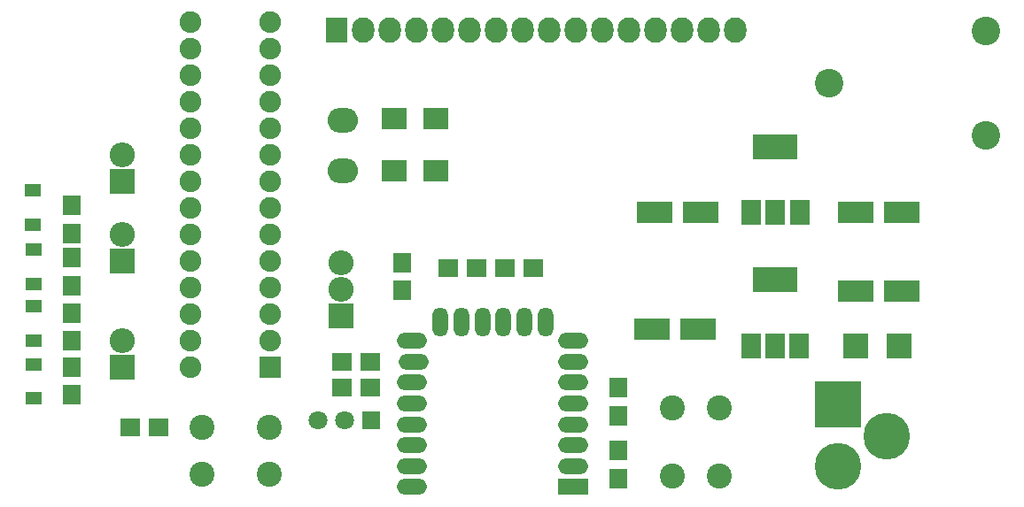
<source format=gbr>
G04 #@! TF.FileFunction,Soldermask,Top*
%FSLAX46Y46*%
G04 Gerber Fmt 4.6, Leading zero omitted, Abs format (unit mm)*
G04 Created by KiCad (PCBNEW 4.0.2+dfsg1-stable) date Qui 19 Out 2017 15:04:08 BRT*
%MOMM*%
G01*
G04 APERTURE LIST*
%ADD10C,0.100000*%
%ADD11R,3.399740X2.000200*%
%ADD12R,2.400000X2.000000*%
%ADD13R,1.900000X1.700000*%
%ADD14R,2.400000X2.400000*%
%ADD15R,2.076400X2.076400*%
%ADD16C,2.076400*%
%ADD17O,2.398980X2.398980*%
%ADD18R,2.398980X2.398980*%
%ADD19R,1.700000X1.900000*%
%ADD20R,1.797000X1.797000*%
%ADD21C,1.797000*%
%ADD22C,2.400000*%
%ADD23R,4.200000X2.400000*%
%ADD24R,1.900000X2.400000*%
%ADD25R,2.900000X1.500000*%
%ADD26O,2.900000X1.500000*%
%ADD27O,1.500000X2.800000*%
%ADD28O,2.899360X2.398980*%
%ADD29R,2.127200X2.432000*%
%ADD30O,2.127200X2.432000*%
%ADD31R,1.620000X1.310000*%
%ADD32C,2.740000*%
%ADD33R,4.464000X4.464000*%
%ADD34C,4.464000*%
G04 APERTURE END LIST*
D10*
D11*
X106095800Y-97388680D03*
X110495080Y-97388680D03*
X125547120Y-93802200D03*
X129946400Y-93802200D03*
D12*
X85451700Y-82308700D03*
X81451700Y-82308700D03*
X85451700Y-77302360D03*
X81451700Y-77302360D03*
D11*
X125567440Y-86222840D03*
X129966720Y-86222840D03*
X110744000Y-86263480D03*
X106344720Y-86263480D03*
D13*
X89348300Y-91567000D03*
X86648300Y-91567000D03*
D14*
X129747700Y-99034600D03*
X125547700Y-99034600D03*
D15*
X69583300Y-101092000D03*
D16*
X69583300Y-98552000D03*
X69583300Y-96012000D03*
X69583300Y-93472000D03*
X69583300Y-90932000D03*
X69583300Y-88392000D03*
X69583300Y-85852000D03*
X69583300Y-83312000D03*
X69583300Y-80772000D03*
X69583300Y-78232000D03*
X69583300Y-75692000D03*
X69583300Y-73152000D03*
X69583300Y-70612000D03*
X69583300Y-68072000D03*
X61963300Y-68072000D03*
X61963300Y-70612000D03*
X61963300Y-73152000D03*
X61963300Y-75692000D03*
X61963300Y-78232000D03*
X61963300Y-80772000D03*
X61963300Y-83312000D03*
X61963300Y-85852000D03*
X61963300Y-88392000D03*
X61963300Y-90932000D03*
X61963300Y-93472000D03*
X61963300Y-96012000D03*
X61963300Y-98552000D03*
X61963300Y-101092000D03*
D17*
X55486300Y-88404700D03*
D18*
X55486300Y-90944700D03*
D17*
X55486300Y-98526600D03*
D18*
X55486300Y-101066600D03*
D17*
X76403200Y-91084400D03*
D18*
X76403200Y-96164400D03*
D17*
X76403200Y-93624400D03*
D19*
X102920800Y-111713000D03*
X102920800Y-109013000D03*
D13*
X94720400Y-91567000D03*
X92020400Y-91567000D03*
D19*
X102905560Y-105733840D03*
X102905560Y-103033840D03*
D13*
X79146400Y-100520500D03*
X76446400Y-100520500D03*
X76462900Y-103009700D03*
X79162900Y-103009700D03*
D19*
X50609500Y-88290400D03*
X50609500Y-85590400D03*
D13*
X56219100Y-106794300D03*
X58919100Y-106794300D03*
D19*
X50659500Y-90563700D03*
X50659500Y-93263700D03*
X82219800Y-93733600D03*
X82219800Y-91033600D03*
X50609500Y-98559600D03*
X50609500Y-95859600D03*
X50674800Y-101028500D03*
X50674800Y-103728500D03*
D20*
X79222600Y-106121200D03*
D21*
X76682600Y-106121200D03*
X74142600Y-106121200D03*
D22*
X108047400Y-104965500D03*
X112547400Y-104965500D03*
X108047400Y-111465500D03*
X112547400Y-111465500D03*
X63057900Y-111294300D03*
X63057900Y-106794300D03*
X69557900Y-111294300D03*
X69557900Y-106794300D03*
D23*
X117897880Y-92714280D03*
D24*
X117897880Y-99014280D03*
X120197880Y-99014280D03*
X115597880Y-99014280D03*
D25*
X98591600Y-112534700D03*
D26*
X98591600Y-110534700D03*
X98591600Y-108534700D03*
X98591600Y-106534700D03*
X98591600Y-104534700D03*
X98591600Y-102534700D03*
X98591600Y-100534700D03*
X98591600Y-98534700D03*
X83191600Y-98534700D03*
X83291600Y-100534700D03*
X83191600Y-102534700D03*
X83191600Y-104534700D03*
X83191600Y-106534700D03*
X83191600Y-108534700D03*
X83191600Y-110534700D03*
X83191600Y-112534700D03*
D27*
X95901600Y-96784700D03*
X93901600Y-96784700D03*
X91901600Y-96784700D03*
X89901600Y-96784700D03*
X87901600Y-96784700D03*
X85901600Y-96784700D03*
D23*
X117901720Y-79974040D03*
D24*
X117901720Y-86274040D03*
X120201720Y-86274040D03*
X115601720Y-86274040D03*
D28*
X76581000Y-82285840D03*
X76581000Y-77403960D03*
D29*
X75966320Y-68798440D03*
D30*
X78506320Y-68798440D03*
X81046320Y-68798440D03*
X83586320Y-68798440D03*
X86126320Y-68798440D03*
X88666320Y-68798440D03*
X91206320Y-68798440D03*
X93746320Y-68798440D03*
X96286320Y-68798440D03*
X98826320Y-68798440D03*
X101366320Y-68798440D03*
X103906320Y-68798440D03*
X106446320Y-68798440D03*
X108986320Y-68798440D03*
X111526320Y-68798440D03*
X114066320Y-68798440D03*
D17*
X55486300Y-80772000D03*
D18*
X55486300Y-83312000D03*
D31*
X46929040Y-84141560D03*
X46929040Y-87411560D03*
X47035720Y-89810840D03*
X47035720Y-93080840D03*
X46984920Y-95221040D03*
X46984920Y-98491040D03*
X46984920Y-100783640D03*
X46984920Y-104053640D03*
D32*
X138008360Y-78884800D03*
X123008360Y-73884800D03*
X138008360Y-68884800D03*
D33*
X123880880Y-104602280D03*
D34*
X123880880Y-110571280D03*
X128579880Y-107650280D03*
M02*

</source>
